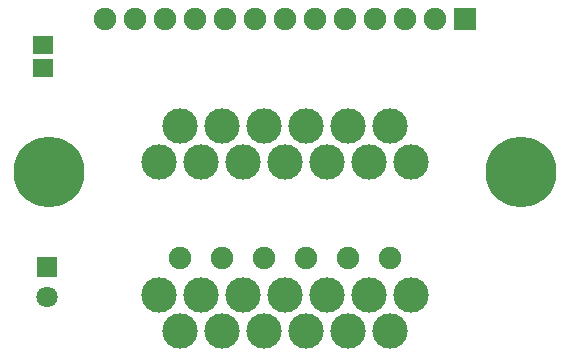
<source format=gbr>
G04 DipTrace 3.3.1.3*
G04 BottomMask.gbr*
%MOMM*%
G04 #@! TF.FileFunction,Soldermask,Bot*
G04 #@! TF.Part,Single*
%ADD25C,6.0*%
%ADD29C,1.9*%
%ADD31R,1.9X1.9*%
%ADD33C,3.0*%
%ADD35C,1.8*%
%ADD37R,1.8X1.8*%
%ADD39R,1.7X1.5*%
%FSLAX35Y35*%
G04*
G71*
G90*
G75*
G01*
G04 BotMask*
%LPD*%
D39*
X1412723Y3603500D3*
Y3413500D3*
D37*
X1444473Y1730250D3*
D35*
Y1476250D3*
D25*
X1460600Y2527400D3*
X5460600D3*
D33*
X4524087Y2619757D3*
X4346087Y2924757D3*
X4168087Y2619757D3*
X3990087Y2924757D3*
X3812087Y2619757D3*
X3634087Y2924757D3*
X3456087Y2619757D3*
X3278087Y2924757D3*
X3100087Y2619757D3*
X2922087Y2924757D3*
X2744087Y2619757D3*
X2566087Y2924757D3*
X2388087Y2619757D3*
D31*
X4984600Y3825750D3*
D29*
X4730600D3*
X4476600D3*
X4222600D3*
X3968600D3*
X3714600D3*
X3460600D3*
X3206600D3*
X2952600D3*
X2698600D3*
X2444600D3*
X2190600D3*
X1936600D3*
X2570327Y1800600D3*
X2926327D3*
X3282327D3*
X3638327D3*
X3994327D3*
X4350327D3*
D33*
X4528600Y1492123D3*
X4350600Y1187123D3*
X4172600Y1492123D3*
X3994600Y1187123D3*
X3816600Y1492123D3*
X3638600Y1187123D3*
X3460600Y1492123D3*
X3282600Y1187123D3*
X3104600Y1492123D3*
X2926600Y1187123D3*
X2748600Y1492123D3*
X2570600Y1187123D3*
X2392600Y1492123D3*
M02*

</source>
